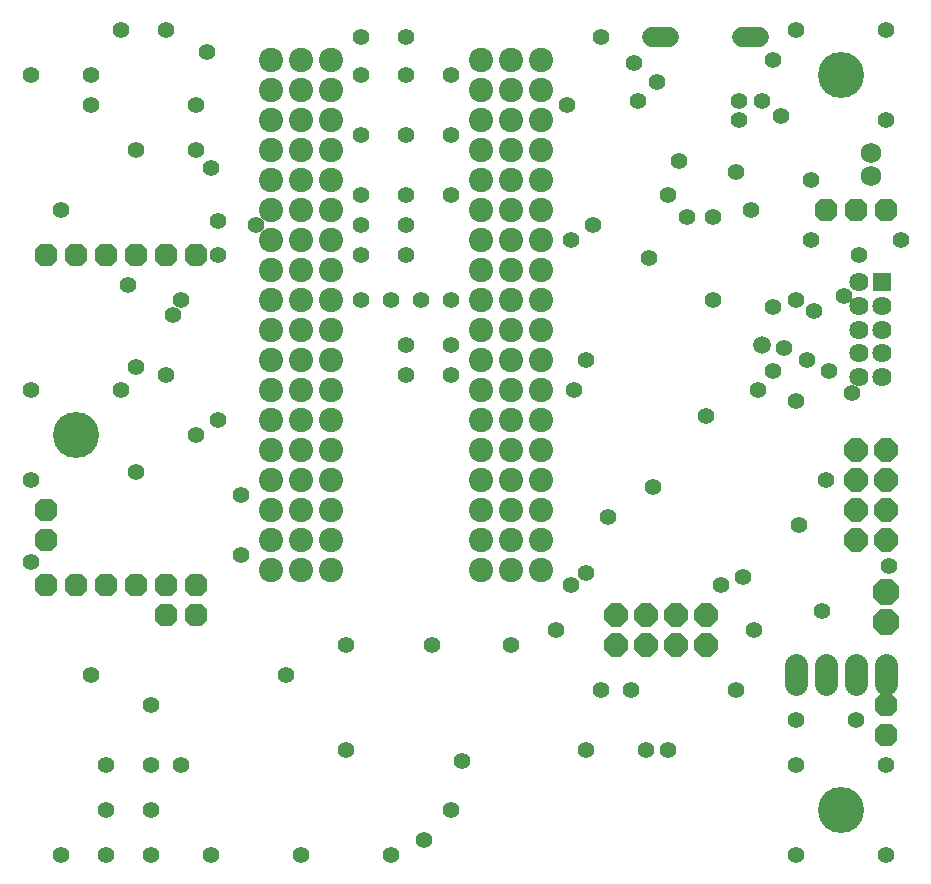
<source format=gbs>
G75*
%MOIN*%
%OFA0B0*%
%FSLAX25Y25*%
%IPPOS*%
%LPD*%
%AMOC8*
5,1,8,0,0,1.08239X$1,22.5*
%
%ADD10C,0.06800*%
%ADD11OC8,0.07600*%
%ADD12R,0.06400X0.06400*%
%ADD13C,0.06400*%
%ADD14C,0.06800*%
%ADD15OC8,0.07800*%
%ADD16C,0.15373*%
%ADD17OC8,0.08800*%
%ADD18C,0.08100*%
%ADD19C,0.07600*%
%ADD20C,0.05956*%
%ADD21C,0.05562*%
D10*
X0235533Y0337500D02*
X0241133Y0337500D01*
X0265533Y0337500D02*
X0271133Y0337500D01*
D11*
X0293333Y0280000D03*
X0303333Y0280000D03*
X0313333Y0280000D03*
X0313333Y0115000D03*
X0313333Y0105000D03*
X0083333Y0145000D03*
X0073333Y0145000D03*
X0073333Y0155000D03*
X0083333Y0155000D03*
X0063333Y0155000D03*
X0053333Y0155000D03*
X0043333Y0155000D03*
X0033333Y0155000D03*
X0033333Y0170000D03*
X0033333Y0180000D03*
X0033333Y0265000D03*
X0043333Y0265000D03*
X0053333Y0265000D03*
X0063333Y0265000D03*
X0073333Y0265000D03*
X0083333Y0265000D03*
D12*
X0312270Y0255748D03*
D13*
X0304396Y0255748D03*
X0304396Y0247874D03*
X0304396Y0240000D03*
X0304396Y0232126D03*
X0304396Y0224252D03*
X0312270Y0224252D03*
X0312270Y0232126D03*
X0312270Y0240000D03*
X0312270Y0247874D03*
D14*
X0308333Y0291063D03*
X0308333Y0298937D03*
D15*
X0303333Y0200000D03*
X0313333Y0200000D03*
X0313333Y0190000D03*
X0303333Y0190000D03*
X0303333Y0180000D03*
X0313333Y0180000D03*
X0313333Y0170000D03*
X0303333Y0170000D03*
X0253333Y0145000D03*
X0243333Y0145000D03*
X0233333Y0145000D03*
X0223333Y0145000D03*
X0223333Y0135000D03*
X0233333Y0135000D03*
X0243333Y0135000D03*
X0253333Y0135000D03*
D16*
X0298333Y0080000D03*
X0043333Y0205000D03*
X0298333Y0325000D03*
D17*
X0313333Y0152500D03*
X0313333Y0142500D03*
D18*
X0198333Y0160000D03*
X0188333Y0160000D03*
X0178333Y0160000D03*
X0178333Y0170000D03*
X0188333Y0170000D03*
X0188333Y0180000D03*
X0178333Y0180000D03*
X0178333Y0190000D03*
X0188333Y0190000D03*
X0188333Y0200000D03*
X0178333Y0200000D03*
X0178333Y0210000D03*
X0188333Y0210000D03*
X0188333Y0220000D03*
X0178333Y0220000D03*
X0178333Y0230000D03*
X0188333Y0230000D03*
X0188333Y0240000D03*
X0178333Y0240000D03*
X0178333Y0250000D03*
X0188333Y0250000D03*
X0188333Y0260000D03*
X0178333Y0260000D03*
X0178333Y0270000D03*
X0188333Y0270000D03*
X0188333Y0280000D03*
X0178333Y0280000D03*
X0178333Y0290000D03*
X0178333Y0300000D03*
X0188333Y0300000D03*
X0188333Y0290000D03*
X0198333Y0290000D03*
X0198333Y0300000D03*
X0198333Y0310000D03*
X0188333Y0310000D03*
X0178333Y0310000D03*
X0178333Y0320000D03*
X0188333Y0320000D03*
X0188333Y0330000D03*
X0178333Y0330000D03*
X0198333Y0330000D03*
X0198333Y0320000D03*
X0198333Y0280000D03*
X0198333Y0270000D03*
X0198333Y0260000D03*
X0198333Y0250000D03*
X0198333Y0240000D03*
X0198333Y0230000D03*
X0198333Y0220000D03*
X0198333Y0210000D03*
X0198333Y0200000D03*
X0198333Y0190000D03*
X0198333Y0180000D03*
X0198333Y0170000D03*
X0128333Y0170000D03*
X0118333Y0170000D03*
X0108333Y0170000D03*
X0108333Y0160000D03*
X0118333Y0160000D03*
X0128333Y0160000D03*
X0128333Y0180000D03*
X0118333Y0180000D03*
X0108333Y0180000D03*
X0108333Y0190000D03*
X0118333Y0190000D03*
X0128333Y0190000D03*
X0128333Y0200000D03*
X0118333Y0200000D03*
X0108333Y0200000D03*
X0108333Y0210000D03*
X0118333Y0210000D03*
X0128333Y0210000D03*
X0128333Y0220000D03*
X0118333Y0220000D03*
X0108333Y0220000D03*
X0108333Y0230000D03*
X0118333Y0230000D03*
X0128333Y0230000D03*
X0128333Y0240000D03*
X0118333Y0240000D03*
X0108333Y0240000D03*
X0108333Y0250000D03*
X0118333Y0250000D03*
X0128333Y0250000D03*
X0128333Y0260000D03*
X0118333Y0260000D03*
X0108333Y0260000D03*
X0108333Y0270000D03*
X0118333Y0270000D03*
X0128333Y0270000D03*
X0128333Y0280000D03*
X0118333Y0280000D03*
X0108333Y0280000D03*
X0108333Y0290000D03*
X0108333Y0300000D03*
X0118333Y0300000D03*
X0118333Y0290000D03*
X0128333Y0290000D03*
X0128333Y0300000D03*
X0128333Y0310000D03*
X0118333Y0310000D03*
X0108333Y0310000D03*
X0108333Y0320000D03*
X0118333Y0320000D03*
X0128333Y0320000D03*
X0128333Y0330000D03*
X0118333Y0330000D03*
X0108333Y0330000D03*
D19*
X0283333Y0128200D02*
X0283333Y0121800D01*
X0293333Y0121800D02*
X0293333Y0128200D01*
X0303333Y0128200D02*
X0303333Y0121800D01*
X0313333Y0121800D02*
X0313333Y0128200D01*
D20*
X0272083Y0235000D03*
D21*
X0038333Y0065000D03*
X0053333Y0065000D03*
X0068333Y0065000D03*
X0068333Y0080000D03*
X0053333Y0080000D03*
X0053333Y0095000D03*
X0068333Y0095000D03*
X0078333Y0095000D03*
X0068333Y0115000D03*
X0048333Y0125000D03*
X0028333Y0162500D03*
X0028333Y0190000D03*
X0063333Y0192500D03*
X0083333Y0205000D03*
X0090833Y0210000D03*
X0073333Y0225000D03*
X0063333Y0227500D03*
X0058333Y0220000D03*
X0075833Y0245000D03*
X0078333Y0250000D03*
X0060833Y0255000D03*
X0090833Y0265000D03*
X0090833Y0276250D03*
X0103333Y0275000D03*
X0088333Y0293750D03*
X0083333Y0300000D03*
X0083333Y0315000D03*
X0087083Y0332500D03*
X0073333Y0340000D03*
X0058333Y0340000D03*
X0048333Y0325000D03*
X0048333Y0315000D03*
X0063333Y0300000D03*
X0038333Y0280000D03*
X0028333Y0325000D03*
X0138333Y0325000D03*
X0153333Y0325000D03*
X0153333Y0337500D03*
X0138333Y0337500D03*
X0168333Y0325000D03*
X0168333Y0305000D03*
X0153333Y0305000D03*
X0138333Y0305000D03*
X0138333Y0285000D03*
X0138333Y0275000D03*
X0138333Y0265000D03*
X0153333Y0265000D03*
X0153333Y0275000D03*
X0153333Y0285000D03*
X0168333Y0285000D03*
X0168333Y0250000D03*
X0158333Y0250000D03*
X0148333Y0250000D03*
X0138333Y0250000D03*
X0153333Y0235000D03*
X0153333Y0225000D03*
X0168333Y0225000D03*
X0168333Y0235000D03*
X0209583Y0220000D03*
X0213333Y0230000D03*
X0253333Y0211250D03*
X0270833Y0220000D03*
X0275833Y0226250D03*
X0279583Y0233750D03*
X0287083Y0230000D03*
X0294583Y0226250D03*
X0302083Y0218750D03*
X0283333Y0216250D03*
X0293333Y0190000D03*
X0284583Y0175000D03*
X0265833Y0157500D03*
X0258333Y0155000D03*
X0269583Y0140000D03*
X0292083Y0146250D03*
X0314583Y0161250D03*
X0263333Y0120000D03*
X0283333Y0110000D03*
X0283333Y0095000D03*
X0303333Y0110000D03*
X0313333Y0095000D03*
X0313333Y0065000D03*
X0283333Y0065000D03*
X0240833Y0100000D03*
X0233333Y0100000D03*
X0213333Y0100000D03*
X0218333Y0120000D03*
X0228333Y0120000D03*
X0203333Y0140000D03*
X0188333Y0135000D03*
X0162083Y0135000D03*
X0133333Y0135000D03*
X0113333Y0125000D03*
X0133333Y0100000D03*
X0159583Y0070000D03*
X0168333Y0080000D03*
X0172083Y0096250D03*
X0148333Y0065000D03*
X0118333Y0065000D03*
X0088333Y0065000D03*
X0098333Y0165000D03*
X0098333Y0185000D03*
X0028333Y0220000D03*
X0208333Y0270000D03*
X0215833Y0275000D03*
X0234583Y0263750D03*
X0247083Y0277500D03*
X0255833Y0277500D03*
X0268333Y0280000D03*
X0263333Y0292500D03*
X0264583Y0310000D03*
X0264583Y0316250D03*
X0272083Y0316250D03*
X0278333Y0311250D03*
X0275833Y0330000D03*
X0283333Y0340000D03*
X0313333Y0340000D03*
X0313333Y0310000D03*
X0288333Y0290000D03*
X0288333Y0270000D03*
X0304583Y0265000D03*
X0299583Y0251250D03*
X0289583Y0246250D03*
X0283333Y0250000D03*
X0275833Y0247500D03*
X0255833Y0250000D03*
X0240833Y0285000D03*
X0244583Y0296250D03*
X0230833Y0316250D03*
X0237083Y0322500D03*
X0229583Y0328750D03*
X0218333Y0337500D03*
X0207083Y0315000D03*
X0318333Y0270000D03*
X0235833Y0187500D03*
X0220833Y0177500D03*
X0213333Y0158750D03*
X0208333Y0155000D03*
M02*

</source>
